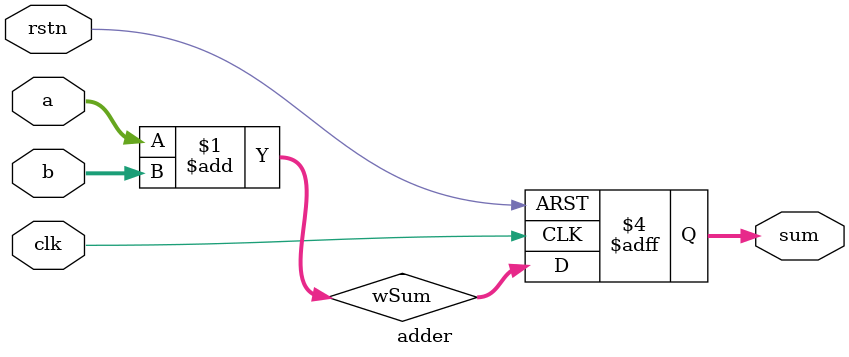
<source format=sv>
module adder #(parameter WIDTH = 8) (
    input logic clk,
    input logic rstn,
    input  logic [WIDTH-1:0] a,
    input  logic [WIDTH-1:0] b,
    output logic [WIDTH-1:0] sum
);
    logic [WIDTH-1:0] wSum;

    assign wSum = a + b;

    always_ff @(posedge clk or negedge rstn) begin
        if (!rstn) begin
            sum <= '0;
        end else begin
            sum <= wSum;
        end
    end
    
endmodule
</source>
